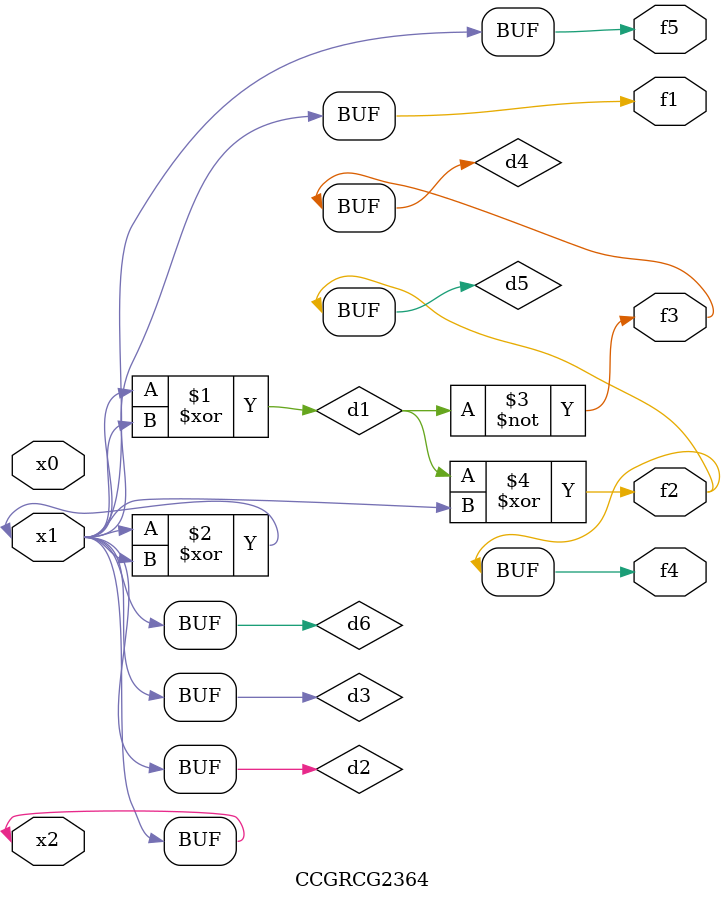
<source format=v>
module CCGRCG2364(
	input x0, x1, x2,
	output f1, f2, f3, f4, f5
);

	wire d1, d2, d3, d4, d5, d6;

	xor (d1, x1, x2);
	buf (d2, x1, x2);
	xor (d3, x1, x2);
	nor (d4, d1);
	xor (d5, d1, d2);
	buf (d6, d2, d3);
	assign f1 = d6;
	assign f2 = d5;
	assign f3 = d4;
	assign f4 = d5;
	assign f5 = d6;
endmodule

</source>
